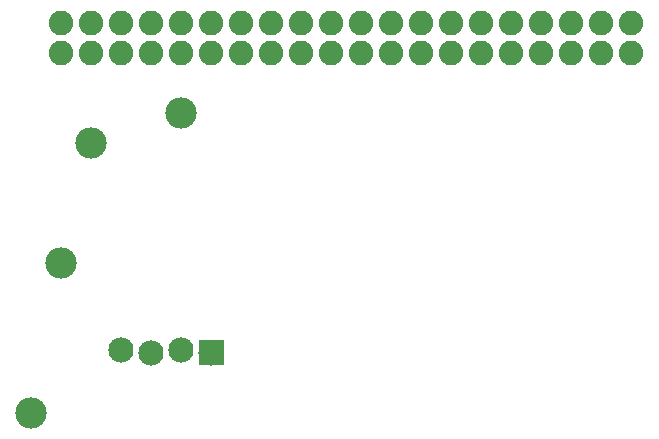
<source format=gts>
G04 MADE WITH FRITZING*
G04 WWW.FRITZING.ORG*
G04 DOUBLE SIDED*
G04 HOLES PLATED*
G04 CONTOUR ON CENTER OF CONTOUR VECTOR*
%ASAXBY*%
%FSLAX23Y23*%
%MOIN*%
%OFA0B0*%
%SFA1.0B1.0*%
%ADD10C,0.104488*%
%ADD11C,0.084000*%
%ADD12C,0.081889*%
%ADD13C,0.081917*%
%ADD14R,0.001000X0.001000*%
%LNMASK1*%
G90*
G70*
G54D10*
X174Y564D03*
X574Y1064D03*
X74Y64D03*
G54D11*
X674Y264D03*
X574Y274D03*
X474Y264D03*
X374Y274D03*
X674Y264D03*
X574Y274D03*
X474Y264D03*
X374Y274D03*
G54D12*
X174Y1264D03*
X274Y1264D03*
X374Y1264D03*
X474Y1264D03*
G54D13*
X574Y1264D03*
G54D12*
X674Y1264D03*
X774Y1264D03*
X874Y1264D03*
X974Y1264D03*
G54D13*
X1074Y1264D03*
G54D12*
X1174Y1264D03*
G54D13*
X1274Y1264D03*
G54D12*
X1374Y1264D03*
X1474Y1264D03*
X1574Y1264D03*
X1674Y1264D03*
G54D13*
X1774Y1264D03*
G54D12*
X1874Y1264D03*
X1974Y1264D03*
X2074Y1264D03*
X2074Y1364D03*
X1974Y1364D03*
X1874Y1364D03*
G54D13*
X1774Y1364D03*
G54D12*
X1674Y1364D03*
X1574Y1364D03*
X1474Y1364D03*
X1374Y1364D03*
G54D13*
X1274Y1364D03*
G54D12*
X1174Y1364D03*
G54D13*
X1074Y1364D03*
G54D12*
X974Y1364D03*
X874Y1364D03*
X774Y1364D03*
X674Y1364D03*
G54D13*
X574Y1364D03*
G54D12*
X474Y1364D03*
X374Y1364D03*
X274Y1364D03*
X174Y1364D03*
G54D10*
X274Y964D03*
G54D14*
X632Y307D02*
X714Y307D01*
X632Y306D02*
X715Y306D01*
X632Y305D02*
X715Y305D01*
X632Y304D02*
X715Y304D01*
X632Y303D02*
X715Y303D01*
X632Y302D02*
X715Y302D01*
X632Y301D02*
X715Y301D01*
X632Y300D02*
X715Y300D01*
X632Y299D02*
X715Y299D01*
X632Y298D02*
X715Y298D01*
X632Y297D02*
X715Y297D01*
X632Y296D02*
X715Y296D01*
X632Y295D02*
X715Y295D01*
X632Y294D02*
X715Y294D01*
X632Y293D02*
X715Y293D01*
X632Y292D02*
X715Y292D01*
X632Y291D02*
X715Y291D01*
X632Y290D02*
X715Y290D01*
X632Y289D02*
X715Y289D01*
X632Y288D02*
X715Y288D01*
X632Y287D02*
X715Y287D01*
X632Y286D02*
X715Y286D01*
X632Y285D02*
X715Y285D01*
X632Y284D02*
X715Y284D01*
X632Y283D02*
X715Y283D01*
X632Y282D02*
X715Y282D01*
X632Y281D02*
X715Y281D01*
X632Y280D02*
X670Y280D01*
X676Y280D02*
X715Y280D01*
X632Y279D02*
X667Y279D01*
X680Y279D02*
X715Y279D01*
X632Y278D02*
X665Y278D01*
X682Y278D02*
X715Y278D01*
X632Y277D02*
X663Y277D01*
X683Y277D02*
X715Y277D01*
X632Y276D02*
X662Y276D01*
X684Y276D02*
X715Y276D01*
X632Y275D02*
X661Y275D01*
X685Y275D02*
X715Y275D01*
X632Y274D02*
X660Y274D01*
X686Y274D02*
X715Y274D01*
X632Y273D02*
X660Y273D01*
X686Y273D02*
X715Y273D01*
X632Y272D02*
X659Y272D01*
X687Y272D02*
X715Y272D01*
X632Y271D02*
X659Y271D01*
X688Y271D02*
X715Y271D01*
X632Y270D02*
X658Y270D01*
X688Y270D02*
X715Y270D01*
X632Y269D02*
X658Y269D01*
X688Y269D02*
X715Y269D01*
X632Y268D02*
X658Y268D01*
X688Y268D02*
X715Y268D01*
X632Y267D02*
X658Y267D01*
X688Y267D02*
X715Y267D01*
X632Y266D02*
X658Y266D01*
X689Y266D02*
X715Y266D01*
X632Y265D02*
X658Y265D01*
X689Y265D02*
X715Y265D01*
X632Y264D02*
X658Y264D01*
X688Y264D02*
X715Y264D01*
X632Y263D02*
X658Y263D01*
X688Y263D02*
X715Y263D01*
X632Y262D02*
X658Y262D01*
X688Y262D02*
X715Y262D01*
X632Y261D02*
X658Y261D01*
X688Y261D02*
X715Y261D01*
X632Y260D02*
X659Y260D01*
X688Y260D02*
X715Y260D01*
X632Y259D02*
X659Y259D01*
X687Y259D02*
X715Y259D01*
X632Y258D02*
X659Y258D01*
X687Y258D02*
X715Y258D01*
X632Y257D02*
X660Y257D01*
X686Y257D02*
X715Y257D01*
X632Y256D02*
X661Y256D01*
X685Y256D02*
X715Y256D01*
X632Y255D02*
X662Y255D01*
X684Y255D02*
X715Y255D01*
X632Y254D02*
X663Y254D01*
X683Y254D02*
X715Y254D01*
X632Y253D02*
X664Y253D01*
X682Y253D02*
X715Y253D01*
X632Y252D02*
X666Y252D01*
X681Y252D02*
X715Y252D01*
X632Y251D02*
X668Y251D01*
X678Y251D02*
X715Y251D01*
X632Y250D02*
X715Y250D01*
X632Y249D02*
X715Y249D01*
X632Y248D02*
X715Y248D01*
X632Y247D02*
X715Y247D01*
X632Y246D02*
X715Y246D01*
X632Y245D02*
X715Y245D01*
X632Y244D02*
X715Y244D01*
X632Y243D02*
X715Y243D01*
X632Y242D02*
X715Y242D01*
X632Y241D02*
X715Y241D01*
X632Y240D02*
X715Y240D01*
X632Y239D02*
X715Y239D01*
X632Y238D02*
X715Y238D01*
X632Y237D02*
X715Y237D01*
X632Y236D02*
X715Y236D01*
X632Y235D02*
X715Y235D01*
X632Y234D02*
X715Y234D01*
X632Y233D02*
X715Y233D01*
X632Y232D02*
X715Y232D01*
X632Y231D02*
X715Y231D01*
X632Y230D02*
X715Y230D01*
X632Y229D02*
X715Y229D01*
X632Y228D02*
X715Y228D01*
X632Y227D02*
X715Y227D01*
X632Y226D02*
X715Y226D01*
X632Y225D02*
X715Y225D01*
X632Y224D02*
X715Y224D01*
D02*
G04 End of Mask1*
M02*
</source>
